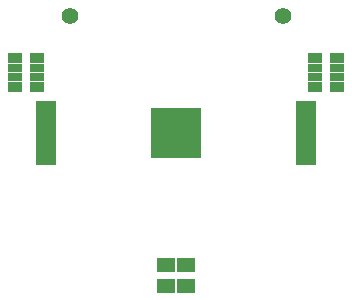
<source format=gbr>
G04 #@! TF.GenerationSoftware,KiCad,Pcbnew,(5.0.0-rc2-dev-82-ga78607874)*
G04 #@! TF.CreationDate,2018-03-09T02:59:27+08:00*
G04 #@! TF.ProjectId,SMD-Heart,534D442D48656172742E6B696361645F,rev?*
G04 #@! TF.SameCoordinates,Original*
G04 #@! TF.FileFunction,Soldermask,Bot*
G04 #@! TF.FilePolarity,Negative*
%FSLAX46Y46*%
G04 Gerber Fmt 4.6, Leading zero omitted, Abs format (unit mm)*
G04 Created by KiCad (PCBNEW (5.0.0-rc2-dev-82-ga78607874)) date Fri Mar  9 02:59:27 2018*
%MOMM*%
%LPD*%
G01*
G04 APERTURE LIST*
%ADD10C,1.400000*%
%ADD11R,0.900000X1.200000*%
%ADD12R,0.800000X1.200000*%
%ADD13R,1.200000X0.900000*%
%ADD14R,1.200000X0.800000*%
%ADD15R,1.670000X5.480000*%
%ADD16R,4.360000X4.360000*%
G04 APERTURE END LIST*
D10*
X67183000Y-30734000D03*
D11*
X77400000Y-53605000D03*
D12*
X75800000Y-53605000D03*
X76600000Y-53605000D03*
D11*
X75000000Y-53605000D03*
D12*
X76600000Y-51805000D03*
D11*
X77400000Y-51805000D03*
D12*
X75800000Y-51805000D03*
D11*
X75000000Y-51805000D03*
D13*
X88000000Y-36760000D03*
D14*
X88000000Y-35960000D03*
D13*
X88000000Y-34360000D03*
D14*
X88000000Y-35160000D03*
D13*
X89800000Y-36760000D03*
D14*
X89800000Y-35160000D03*
X89800000Y-35960000D03*
D13*
X89800000Y-34360000D03*
X62600000Y-36760000D03*
D14*
X62600000Y-35160000D03*
X62600000Y-35960000D03*
D13*
X62600000Y-34360000D03*
D14*
X64400000Y-35960000D03*
D13*
X64400000Y-36760000D03*
D14*
X64400000Y-35160000D03*
D13*
X64400000Y-34360000D03*
D15*
X65215000Y-40640000D03*
X87185000Y-40640000D03*
D16*
X76200000Y-40640000D03*
D10*
X85217000Y-30734000D03*
M02*

</source>
